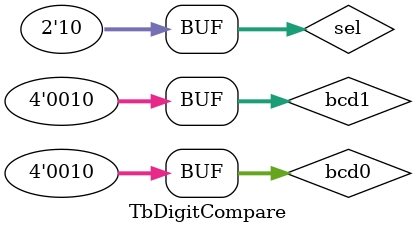
<source format=sv>
`timescale 1ns / 1ps


module TbDigitCompare();

    reg [3:0] bcd1, bcd0; 
    reg [1:0] sel; // digit selection
    reg eq;
    
    // UUT
    DigitCompare #(.firstCodeNumber(15), .secondCodeNumber(30), .thirdCodeNumber(22)) uut (
        .bcd1(bcd1), .bcd0(bcd0),
        .sel(sel), .eq(eq)
    );
    
    initial begin 
        bcd1 = 4'd0;
        bcd0 = 4'd0;
        sel = 4'd0;
        
        // first digit    
        #100 bcd1 = 4'd1;
        bcd0 = 4'd5;
        
        // second digit
        #10 sel = 4'd1;
        #100 bcd1 = 4'd3;
        bcd0 = 4'd0;
        
        // third digit
        #10 sel = 4'd2;
        #100 bcd1 = 4'd2;
        bcd0 = 4'd0;
        #100 bcd1 = 4'd2;
        bcd0 = 4'd2;
        
    end

endmodule

</source>
